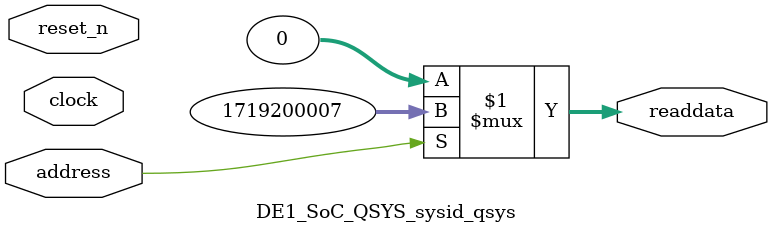
<source format=v>



// synthesis translate_off
`timescale 1ns / 1ps
// synthesis translate_on

// turn off superfluous verilog processor warnings 
// altera message_level Level1 
// altera message_off 10034 10035 10036 10037 10230 10240 10030 

module DE1_SoC_QSYS_sysid_qsys (
               // inputs:
                address,
                clock,
                reset_n,

               // outputs:
                readdata
             )
;

  output  [ 31: 0] readdata;
  input            address;
  input            clock;
  input            reset_n;

  wire    [ 31: 0] readdata;
  //control_slave, which is an e_avalon_slave
  assign readdata = address ? 1719200007 : 0;

endmodule



</source>
